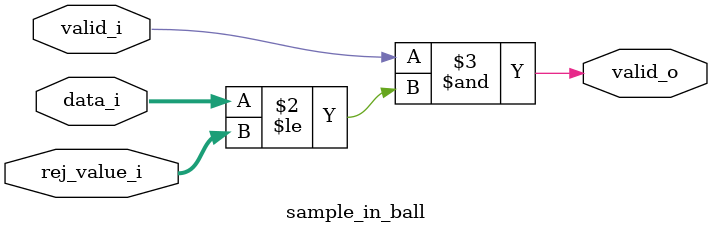
<source format=sv>


module sample_in_ball
  //    import ::*;
  #(
    parameter SIB_SAMPLE_W = 8
  )
  (
  //input data
  input  logic                    valid_i,
  input  logic [SIB_SAMPLE_W-1:0] data_i,
  input  logic [SIB_SAMPLE_W-1:0] rej_value_i,

  //output data
  output logic                    valid_o

  );

  always_comb valid_o = valid_i & (data_i <= rej_value_i);

endmodule

</source>
